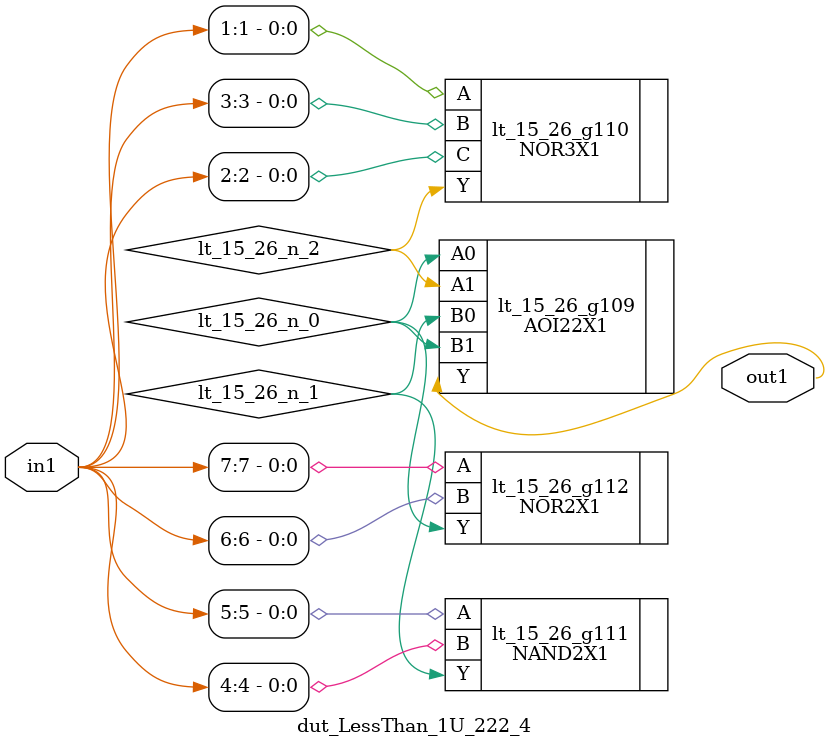
<source format=v>
`timescale 1ps / 1ps


module dut_LessThan_1U_222_4(in1, out1);
  input [7:0] in1;
  output out1;
  wire [7:0] in1;
  wire out1;
  wire lt_15_26_n_0, lt_15_26_n_1, lt_15_26_n_2;
  AOI22X1 lt_15_26_g109(.A0 (lt_15_26_n_0), .A1 (lt_15_26_n_2), .B0
       (lt_15_26_n_1), .B1 (lt_15_26_n_0), .Y (out1));
  NOR3X1 lt_15_26_g110(.A (in1[1]), .B (in1[3]), .C (in1[2]), .Y
       (lt_15_26_n_2));
  NAND2X1 lt_15_26_g111(.A (in1[5]), .B (in1[4]), .Y (lt_15_26_n_1));
  NOR2X1 lt_15_26_g112(.A (in1[7]), .B (in1[6]), .Y (lt_15_26_n_0));
endmodule



</source>
